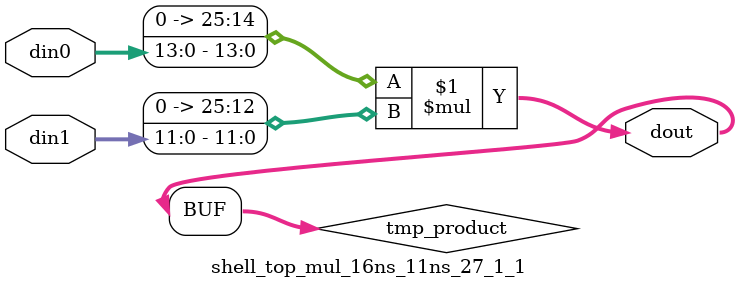
<source format=v>

`timescale 1 ns / 1 ps

  module shell_top_mul_16ns_11ns_27_1_1(din0, din1, dout);
parameter ID = 1;
parameter NUM_STAGE = 0;
parameter din0_WIDTH = 14;
parameter din1_WIDTH = 12;
parameter dout_WIDTH = 26;

input [din0_WIDTH - 1 : 0] din0; 
input [din1_WIDTH - 1 : 0] din1; 
output [dout_WIDTH - 1 : 0] dout;

wire signed [dout_WIDTH - 1 : 0] tmp_product;










assign tmp_product = $signed({1'b0, din0}) * $signed({1'b0, din1});











assign dout = tmp_product;







endmodule

</source>
